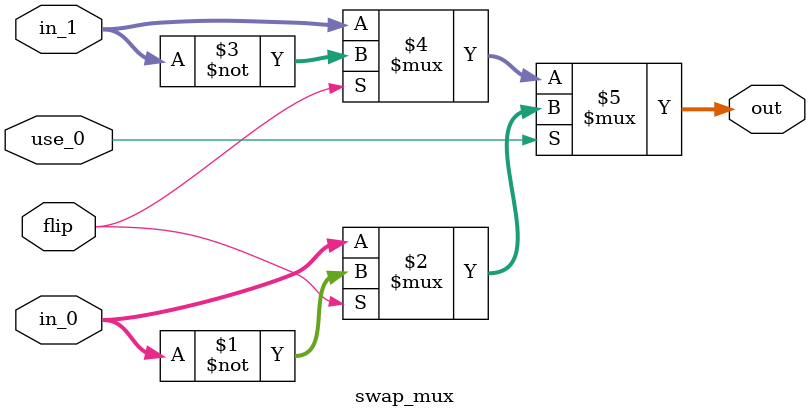
<source format=v>

module    swap_mux
    (
        // Inputs
        input     wire    signed    [15:0]    in_0,
        input     wire    signed    [15:0]    in_1,
        input     wire                        use_0,
        input     wire                        flip,
        // Outputs
        output    wire    signed    [15:0]    out
    );

assign    out    =    use_0 ? (flip ? ~in_0 : in_0) : (flip ? ~in_1 : in_1);

endmodule

</source>
